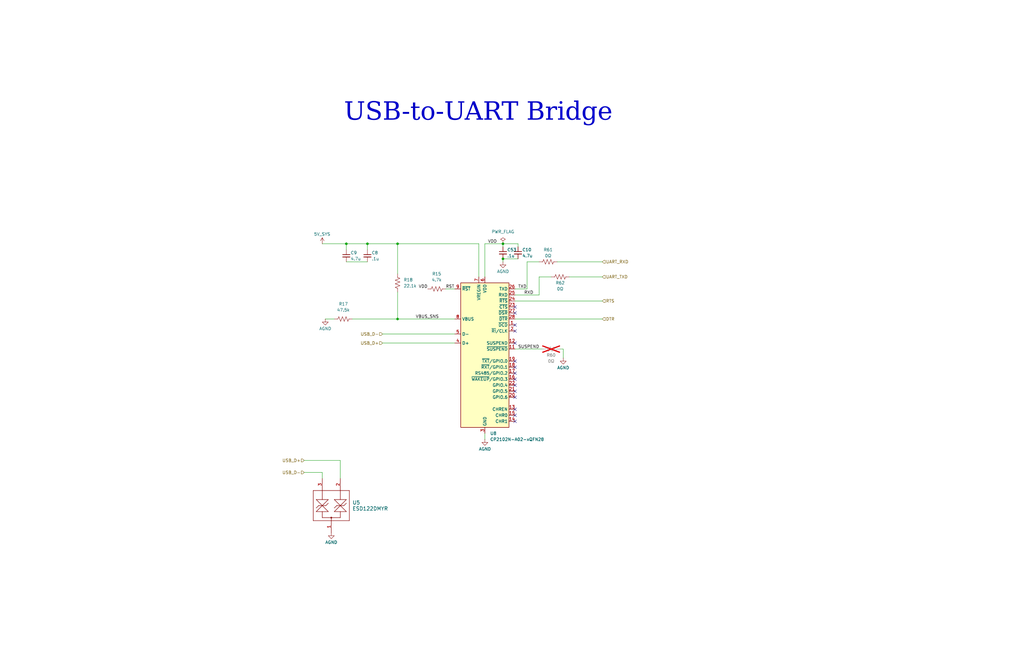
<source format=kicad_sch>
(kicad_sch (version 20231120) (generator "eeschema") (generator_version "8.0")
  (paper "B")
  (title_block (title "SCAN") (date "2025-01-30") (rev "v1.1") (company "Senior Design Group 35"))
  (lib_symbols
    (symbol "Device:C_Small" (pin_numbers hide) (pin_names (offset 0.254) hide)
      (property "Reference" "C" (at 0.254 1.778 0))
      (property "Value" "C_Small" (at 0.254 -2.032 0))
      (symbol "C_Small_0_1"
        (polyline (pts (xy -1.524 -0.508) (xy 1.524 -0.508)) (stroke (width 0.3302)))
        (polyline (pts (xy -1.524 0.508) (xy 1.524 0.508)) (stroke (width 0.3048)))
      )
      (symbol "C_Small_1_1"
        (pin passive line (at 0 2.54 270) (length 2.032) (name "~") (number "1"))
        (pin passive line (at 0 -2.54 90) (length 2.032) (name "~") (number "2"))
      )
    )
    (symbol "Device:R_US" (pin_numbers hide) (pin_names (offset 0))
      (property "Reference" "R" (at 2.54 0 90))
      (property "Value" "R_US" (at -2.54 0 90))
      (symbol "R_US_0_1"
        (polyline (pts (xy 0 -2.286) (xy 0 -2.54)))
        (polyline (pts (xy 0 2.286) (xy 0 2.54)))
        (polyline (pts (xy 0 -0.762) (xy 1.016 -1.143) (xy 0 -1.524) (xy -1.016 -1.905) (xy 0 -2.286)))
        (polyline (pts (xy 0 0.762) (xy 1.016 0.381) (xy 0 0) (xy -1.016 -0.381) (xy 0 -0.762)))
        (polyline (pts (xy 0 2.286) (xy 1.016 1.905) (xy 0 1.524) (xy -1.016 1.143) (xy 0 0.762)))
      )
      (symbol "R_US_1_1"
        (pin passive line (at 0 3.81 270) (length 1.27) (name "~") (number "1"))
        (pin passive line (at 0 -3.81 90) (length 1.27) (name "~") (number "2"))
      )
    )
    (symbol "Interface_USB:CP2102N-Axx-xQFN28"
      (property "Reference" "U6" (at 2.1941 -33.02 0))
      (property "Value" "CP2102N-A02-xQFN28" (at 2.1941 -35.56 0))
      (symbol "CP2102N-Axx-xQFN28_0_1"
        (rectangle (start -10.16 30.48) (end 10.16 -30.48) (stroke (width 0.254)) (fill (type background)))
      )
      (symbol "CP2102N-Axx-xQFN28_1_1"
        (pin input line (at 12.7 12.7 180) (length 2.54) (name "~{DCD}") (number "1"))
        (pin no_connect line (at -10.16 -27.94 0) (length 2.54) hide (name "NC") (number "10"))
        (pin output line (at 12.7 2.54 180) (length 2.54) (name "~{SUSPEND}") (number "11"))
        (pin output line (at 12.7 5.08 180) (length 2.54) (name "SUSPEND") (number "12"))
        (pin output line (at 12.7 -22.86 180) (length 2.54) (name "CHREN") (number "13"))
        (pin output line (at 12.7 -27.94 180) (length 2.54) (name "CHR1") (number "14"))
        (pin output line (at 12.7 -25.4 180) (length 2.54) (name "CHR0") (number "15"))
        (pin bidirectional line (at 12.7 -10.16 180) (length 2.54) (name "~{WAKEUP}/GPIO.3") (number "16"))
        (pin bidirectional line (at 12.7 -7.62 180) (length 2.54) (name "RS485/GPIO.2") (number "17"))
        (pin bidirectional line (at 12.7 -5.08 180) (length 2.54) (name "~{RXT}/GPIO.1") (number "18"))
        (pin bidirectional line (at 12.7 -2.54 180) (length 2.54) (name "~{TXT}/GPIO.0") (number "19"))
        (pin bidirectional line (at 12.7 10.16 180) (length 2.54) (name "~{RI}/CLK") (number "2"))
        (pin bidirectional line (at 12.7 -17.78 180) (length 2.54) (name "GPIO.6") (number "20"))
        (pin bidirectional line (at 12.7 -15.24 180) (length 2.54) (name "GPIO.5") (number "21"))
        (pin bidirectional line (at 12.7 -12.7 180) (length 2.54) (name "GPIO.4") (number "22"))
        (pin input line (at 12.7 20.32 180) (length 2.54) (name "~{CTS}") (number "23"))
        (pin output line (at 12.7 22.86 180) (length 2.54) (name "~{RTS}") (number "24"))
        (pin input line (at 12.7 25.4 180) (length 2.54) (name "RXD") (number "25"))
        (pin output line (at 12.7 27.94 180) (length 2.54) (name "TXD") (number "26"))
        (pin input line (at 12.7 17.78 180) (length 2.54) (name "~{DSR}") (number "27"))
        (pin output line (at 12.7 15.24 180) (length 2.54) (name "~{DTR}") (number "28"))
        (pin passive line (at 0 -33.02 90) (length 2.54) hide (name "GND") (number "29"))
        (pin power_in line (at 0 -33.02 90) (length 2.54) (name "GND") (number "3"))
        (pin bidirectional line (at -12.7 5.08 0) (length 2.54) (name "D+") (number "4"))
        (pin bidirectional line (at -12.7 8.89 0) (length 2.54) (name "D-") (number "5"))
        (pin power_in line (at 0 33.02 270) (length 2.54) (name "VDD") (number "6"))
        (pin power_in line (at -2.54 33.02 270) (length 2.54) (name "VREGIN") (number "7"))
        (pin input line (at -12.7 15.24 0) (length 2.54) (name "VBUS") (number "8"))
        (pin input line (at -12.7 27.94 0) (length 2.54) (name "~{RST}") (number "9"))
      )
    )
    (symbol "custom_symbols:ESD122DMYR" (pin_names (offset 0.254))
      (property "Reference" "U" (at 0 1.27 0))
      (property "Value" "ESD122DMYR" (at 0 0 0))
      (symbol "ESD122DMYR_0_1"
        (circle (center -5.08 0) (radius 0.254) (stroke (width 0.2032)))
        (polyline (pts (xy -6.35 -7.62) (xy 6.35 -7.62)) (stroke (width 0.2032)))
        (polyline (pts (xy -6.35 0) (xy -5.08 0)) (stroke (width 0.2032)))
        (polyline (pts (xy -6.35 7.62) (xy -6.35 -7.62)) (stroke (width 0.2032)))
        (polyline (pts (xy -5.08 0) (xy -5.08 -3.81)) (stroke (width 0.2032)))
        (polyline (pts (xy -5.08 3.81) (xy -5.08 0)) (stroke (width 0.2032)))
        (polyline (pts (xy -2.54 -6.35) (xy 0 -3.81)) (stroke (width 0.2032)))
        (polyline (pts (xy -2.54 -3.81) (xy -5.08 -3.81)) (stroke (width 0.2032)))
        (polyline (pts (xy -2.54 -1.27) (xy -2.54 -6.35)) (stroke (width 0.2032)))
        (polyline (pts (xy -2.54 1.27) (xy 0 3.81)) (stroke (width 0.2032)))
        (polyline (pts (xy -2.54 3.81) (xy -5.08 3.81)) (stroke (width 0.2032)))
        (polyline (pts (xy -2.54 6.35) (xy -2.54 1.27)) (stroke (width 0.2032)))
        (polyline (pts (xy 0 -5.334) (xy 0 -2.286)) (stroke (width 0.2032)))
        (polyline (pts (xy 0 -3.81) (xy -2.54 -1.27)) (stroke (width 0.2032)))
        (polyline (pts (xy 0 -3.81) (xy 2.54 -1.27)) (stroke (width 0.2032)))
        (polyline (pts (xy 0 -2.286) (xy -1.016 -1.27)) (stroke (width 0.2032)))
        (polyline (pts (xy 0 2.286) (xy 0 5.334)) (stroke (width 0.2032)))
        (polyline (pts (xy 0 3.81) (xy -2.54 6.35)) (stroke (width 0.2032)))
        (polyline (pts (xy 0 3.81) (xy 2.54 6.35)) (stroke (width 0.2032)))
        (polyline (pts (xy 0 5.334) (xy -1.016 6.35)) (stroke (width 0.2032)))
        (polyline (pts (xy 1.016 -6.35) (xy 0 -5.334)) (stroke (width 0.2032)))
        (polyline (pts (xy 1.016 1.27) (xy 0 2.286)) (stroke (width 0.2032)))
        (polyline (pts (xy 2.54 -6.35) (xy 0 -3.81)) (stroke (width 0.2032)))
        (polyline (pts (xy 2.54 -1.27) (xy 2.54 -6.35)) (stroke (width 0.2032)))
        (polyline (pts (xy 2.54 1.27) (xy 0 3.81)) (stroke (width 0.2032)))
        (polyline (pts (xy 2.54 6.35) (xy 2.54 1.27)) (stroke (width 0.2032)))
        (polyline (pts (xy 6.35 -7.62) (xy 6.35 7.62)) (stroke (width 0.2032)))
        (polyline (pts (xy 6.35 -3.81) (xy 2.54 -3.81)) (stroke (width 0.2032)))
        (polyline (pts (xy 6.35 3.81) (xy 2.54 3.81)) (stroke (width 0.2032)))
        (polyline (pts (xy 6.35 7.62) (xy -6.35 7.62)) (stroke (width 0.2032)))
      )
      (symbol "ESD122DMYR_1_1"
        (pin unspecified line (at -11.43 0 0) (length 5.08) (name "") (number "1"))
        (pin unspecified line (at 11.43 -3.81 180) (length 5.08) (name "") (number "2"))
        (pin unspecified line (at 11.43 3.81 180) (length 5.08) (name "") (number "3"))
      )
    )
    (symbol "power:+3.3V" (power) (pin_numbers hide) (pin_names (offset 0) hide)
      (property "Value" "+3.3V" (at 0 3.556 0))
      (symbol "+3.3V_0_1"
        (polyline (pts (xy -0.762 1.27) (xy 0 2.54)))
        (polyline (pts (xy 0 0) (xy 0 2.54)))
        (polyline (pts (xy 0 2.54) (xy 0.762 1.27)))
      )
      (symbol "+3.3V_1_1"
        (pin power_in line (at 0 0 90) (length 0) (name "~") (number "1"))
      )
    )
    (symbol "power:GND" (power) (pin_numbers hide) (pin_names (offset 0) hide)
      (property "Value" "GND" (at 0 -3.81 0))
      (symbol "GND_0_1"
        (polyline (pts (xy 0 0) (xy 0 -1.27) (xy 1.27 -1.27) (xy 0 -2.54) (xy -1.27 -1.27) (xy 0 -1.27)))
      )
      (symbol "GND_1_1"
        (pin power_in line (at 0 0 270) (length 0) (name "~") (number "1"))
      )
    )
    (symbol "power:PWR_FLAG" (power) (pin_numbers hide) (pin_names (offset 0) hide)
      (property "Value" "PWR_FLAG" (at 0 3.81 0))
      (symbol "PWR_FLAG_0_0"
        (pin power_out line (at 0 0 90) (length 0) (name "~") (number "1"))
      )
      (symbol "PWR_FLAG_0_1"
        (polyline (pts (xy 0 0) (xy 0 1.27) (xy -1.016 1.905) (xy 0 2.54) (xy 1.016 1.905) (xy 0 1.27)))
      )
    )
  )
  (junction (at 154.94 102.87))
  (junction (at 146.05 102.87))
  (junction (at 212.09 109.22))
  (junction (at 167.64 102.87))
  (junction (at 212.09 102.87))
  (junction (at 167.64 134.62))
  (no_connect (at 217.17 162.56))
  (no_connect (at 217.17 132.08))
  (no_connect (at 217.17 139.7))
  (no_connect (at 217.17 165.1))
  (no_connect (at 217.17 152.4))
  (no_connect (at 217.17 160.02))
  (no_connect (at 217.17 177.8))
  (no_connect (at 217.17 154.94))
  (no_connect (at 217.17 167.64))
  (no_connect (at 217.17 175.26))
  (no_connect (at 217.17 137.16))
  (no_connect (at 217.17 172.72))
  (no_connect (at 217.17 157.48))
  (no_connect (at 217.17 144.78))
  (no_connect (at 217.17 129.54))
  (wire (pts (xy 167.64 102.87) (xy 167.64 115.57)))
  (wire (pts (xy 146.05 110.49) (xy 154.94 110.49)))
  (wire (pts (xy 227.33 116.84) (xy 232.41 116.84)))
  (wire (pts (xy 128.27 199.39) (xy 135.89 199.39)))
  (wire (pts (xy 227.33 124.46) (xy 217.17 124.46)))
  (wire (pts (xy 218.44 109.22) (xy 212.09 109.22)))
  (wire (pts (xy 212.09 102.87) (xy 204.47 102.87)))
  (wire (pts (xy 146.05 102.87) (xy 154.94 102.87)))
  (wire (pts (xy 204.47 182.88) (xy 204.47 185.42)))
  (wire (pts (xy 234.95 110.49) (xy 254 110.49)))
  (wire (pts (xy 217.17 127) (xy 254 127)))
  (wire (pts (xy 137.16 134.62) (xy 140.97 134.62)))
  (wire (pts (xy 135.89 199.39) (xy 135.89 201.93)))
  (wire (pts (xy 201.93 102.87) (xy 167.64 102.87)))
  (wire (pts (xy 187.96 121.92) (xy 191.77 121.92)))
  (wire (pts (xy 236.22 147.32) (xy 237.49 147.32)))
  (wire (pts (xy 217.17 147.32) (xy 228.6 147.32)))
  (wire (pts (xy 217.17 134.62) (xy 254 134.62)))
  (wire (pts (xy 154.94 102.87) (xy 167.64 102.87)))
  (wire (pts (xy 212.09 109.22) (xy 212.09 110.49)))
  (wire (pts (xy 128.27 194.31) (xy 143.51 194.31)))
  (wire (pts (xy 135.89 102.87) (xy 146.05 102.87)))
  (wire (pts (xy 201.93 102.87) (xy 201.93 116.84)))
  (wire (pts (xy 154.94 102.87) (xy 154.94 105.41)))
  (wire (pts (xy 143.51 194.31) (xy 143.51 201.93)))
  (wire (pts (xy 148.59 134.62) (xy 167.64 134.62)))
  (wire (pts (xy 222.25 110.49) (xy 222.25 121.92)))
  (wire (pts (xy 161.29 140.97) (xy 191.77 140.97)))
  (wire (pts (xy 212.09 104.14) (xy 212.09 102.87)))
  (wire (pts (xy 240.03 116.84) (xy 254 116.84)))
  (wire (pts (xy 167.64 134.62) (xy 191.77 134.62)))
  (wire (pts (xy 222.25 121.92) (xy 217.17 121.92)))
  (wire (pts (xy 237.49 147.32) (xy 237.49 151.13)))
  (wire (pts (xy 167.64 123.19) (xy 167.64 134.62)))
  (wire (pts (xy 161.29 144.78) (xy 191.77 144.78)))
  (wire (pts (xy 212.09 102.87) (xy 218.44 102.87)))
  (wire (pts (xy 204.47 102.87) (xy 204.47 116.84)))
  (wire (pts (xy 146.05 105.41) (xy 146.05 102.87)))
  (wire (pts (xy 218.44 102.87) (xy 218.44 104.14)))
  (wire (pts (xy 227.33 116.84) (xy 227.33 124.46)))
  (wire (pts (xy 222.25 110.49) (xy 227.33 110.49)))
  (text "USB-to-UART Bridge" (at 201.676 49.53 0) (effects (font (size 7.62 7.62) (thickness 0.9525))))
  (label "VDD" (at 180.34 121.92 180))
  (label "RXD" (at 220.98 124.46 0))
  (label "SUSPEND" (at 218.44 147.32 0))
  (label "RST" (at 187.96 121.92 0))
  (label "VBUS_SNS" (at 175.26 134.62 0))
  (label "TXD" (at 218.44 121.92 0))
  (label "VDD" (at 209.55 102.87 180))
  (hierarchical_label "USB_D-" (shape input) (at 128.27 199.39 180))
  (hierarchical_label "USB_D+" (shape input) (at 128.27 194.31 180))
  (hierarchical_label "USB_D-" (shape input) (at 161.29 140.97 180))
  (hierarchical_label "DTR" (shape input) (at 254 134.62 0))
  (hierarchical_label "USB_D+" (shape input) (at 161.29 144.78 180))
  (hierarchical_label "UART_RXD" (shape input) (at 254 110.49 0))
  (hierarchical_label "RTS" (shape input) (at 254 127 0))
  (hierarchical_label "UART_TXD" (shape input) (at 254 116.84 0))
  (symbol (lib_id "Device:C_Small") (at 218.44 106.68 0) (unit 1)
    (property "Reference" "C10" (at 220.218 105.41 0) (effects (justify left)))
    (property "Value" "4.7u" (at 220.218 107.95 0) (effects (justify left)))
    (property "Footprint" "Capacitor_SMD:C_0603_1608Metric" (effects (hide yes)))
    (property "Description" "25V (25%)" (effects (hide yes)))
  )
  (symbol (lib_id "power:PWR_FLAG") (at 212.09 102.87 0) (unit 1)
    (property "Reference" "#FLG03" (effects (hide yes)))
    (property "Value" "PWR_FLAG" (at 212.09 97.79 0))
    (property "Description" "Special symbol for telling ERC where power comes from" (effects (hide yes)))
  )
  (symbol (lib_id "power:GND") (at 237.49 151.13 0) (unit 1)
    (property "Reference" "#PWR094" (effects (hide yes)))
    (property "Value" "AGND" (at 237.49 155.194 0))
    (property "Description" "Power symbol creates a global label with name \"GND\" , ground" (effects (hide yes)))
  )
  (symbol (lib_id "custom_symbols:ESD122DMYR") (at 139.7 213.36 90) (unit 1)
    (property "Reference" "U5" (at 148.59 212.0899 90) (effects (font (size 1.524 1.524)) (justify right)))
    (property "Value" "ESD122DMYR" (at 148.59 214.6299 90) (effects (font (size 1.524 1.524)) (justify right)))
    (property "Footprint" "SCAN_footprints:DMY0003A" (effects (hide yes)))
    (property "Datasheet" "ESD122DMYR" (effects (hide yes)))
  )
  (symbol (lib_id "Device:C_Small") (at 154.94 107.95 0) (unit 1)
    (property "Reference" "C8" (at 156.718 106.68 0) (effects (justify left)))
    (property "Value" ".1u" (at 156.718 109.22 0) (effects (justify left)))
    (property "Footprint" "Capacitor_SMD:C_0603_1608Metric" (effects (hide yes)))
    (property "Description" "25V (25%)" (effects (hide yes)))
  )
  (symbol (lib_id "power:+3.3V") (at 135.89 102.87 0) (unit 1)
    (property "Reference" "#PWR039" (effects (hide yes)))
    (property "Value" "5V_SYS" (at 132.334 98.806 0) (effects (justify left)))
    (property "Description" "Power symbol creates a global label with name \"+3.3V\"" (effects (hide yes)))
  )
  (symbol (lib_id "power:GND") (at 204.47 185.42 0) (unit 1)
    (property "Reference" "#PWR093" (effects (hide yes)))
    (property "Value" "AGND" (at 204.47 189.484 0))
    (property "Description" "Power symbol creates a global label with name \"GND\" , ground" (effects (hide yes)))
  )
  (symbol (lib_id "Device:R_US") (at 184.15 121.92 90) (unit 1)
    (property "Reference" "R15" (at 184.15 115.57 90))
    (property "Value" "4.7k" (at 184.15 118.11 90))
    (property "Footprint" "Resistor_SMD:R_0805_2012Metric" (effects (hide yes)))
    (property "Description" "Resistor, US symbol" (effects (hide yes)))
  )
  (symbol (lib_id "Device:R_US") (at 231.14 110.49 90) (unit 1)
    (property "Reference" "R61" (at 231.14 105.41 90))
    (property "Value" "0Ω" (at 231.14 107.95 90))
    (property "Footprint" "Resistor_SMD:R_0805_2012Metric" (effects (hide yes)))
    (property "Description" "1%" (effects (hide yes)))
  )
  (symbol (lib_id "power:GND") (at 139.7 224.79 0) (unit 1)
    (property "Reference" "#PWR036" (effects (hide yes)))
    (property "Value" "AGND" (at 139.7 228.854 0))
    (property "Description" "Power symbol creates a global label with name \"GND\" , ground" (effects (hide yes)))
  )
  (symbol (lib_id "Device:R_US") (at 236.22 116.84 90) (unit 1)
    (property "Reference" "R62" (at 236.22 119.38 90))
    (property "Value" "0Ω" (at 236.22 121.92 90))
    (property "Footprint" "Resistor_SMD:R_0805_2012Metric" (effects (hide yes)))
    (property "Description" "1%" (effects (hide yes)))
  )
  (symbol (lib_id "power:GND") (at 212.09 110.49 0) (unit 1)
    (property "Reference" "#PWR095" (effects (hide yes)))
    (property "Value" "AGND" (at 212.09 114.554 0))
    (property "Description" "Power symbol creates a global label with name \"GND\" , ground" (effects (hide yes)))
  )
  (symbol (lib_id "Device:R_US") (at 167.64 119.38 180) (unit 1)
    (property "Reference" "R18" (at 170.18 118.1099 0) (effects (justify right)))
    (property "Value" "22.1k" (at 170.18 120.6499 0) (effects (justify right)))
    (property "Footprint" "Resistor_SMD:R_0805_2012Metric" (effects (hide yes)))
    (property "Description" "Resistor, US symbol" (effects (hide yes)))
  )
  (symbol (lib_id "power:GND") (at 137.16 134.62 0) (unit 1)
    (property "Reference" "#PWR038" (effects (hide yes)))
    (property "Value" "AGND" (at 137.16 138.684 0))
    (property "Description" "Power symbol creates a global label with name \"GND\" , ground" (effects (hide yes)))
  )
  (symbol (lib_id "Interface_USB:CP2102N-Axx-xQFN28") (at 204.47 149.86 0) (unit 1)
    (property "Reference" "U8" (at 206.6641 182.88 0) (effects (justify left)))
    (property "Value" "CP2102N-A02-xQFN28" (at 206.6641 185.42 0) (effects (justify left)))
    (property "Footprint" "Package_DFN_QFN:QFN-28-1EP_5x5mm_P0.5mm_EP3.35x3.35mm" (effects (hide yes)))
    (property "Datasheet" "https://www.silabs.com/documents/public/data-sheets/cp2102n-datasheet.pdf" (effects (hide yes)))
    (property "Description" "USB to UART master bridge, QFN-28" (effects (hide yes)))
  )
  (symbol (lib_id "Device:R_US") (at 232.41 147.32 90) (unit 1) (dnp yes)
    (property "Reference" "R60" (at 232.41 149.86 90))
    (property "Value" "0Ω" (at 232.41 152.4 90))
    (property "Footprint" "Resistor_SMD:R_0805_2012Metric" (effects (hide yes)))
    (property "Description" "1%" (effects (hide yes)))
  )
  (symbol (lib_id "Device:R_US") (at 144.78 134.62 90) (unit 1)
    (property "Reference" "R17" (at 144.78 128.27 90))
    (property "Value" "47.5k" (at 144.78 130.81 90))
    (property "Footprint" "Resistor_SMD:R_0805_2012Metric" (effects (hide yes)))
    (property "Description" "Resistor, US symbol" (effects (hide yes)))
  )
  (symbol (lib_id "Device:C_Small") (at 146.05 107.95 0) (unit 1)
    (property "Reference" "C9" (at 147.828 106.68 0) (effects (justify left)))
    (property "Value" "4.7u" (at 147.828 109.22 0) (effects (justify left)))
    (property "Footprint" "Capacitor_SMD:C_0603_1608Metric" (effects (hide yes)))
    (property "Description" "25V (25%)" (effects (hide yes)))
  )
  (symbol (lib_id "Device:C_Small") (at 212.09 106.68 0) (unit 1)
    (property "Reference" "C53" (at 213.868 105.41 0) (effects (justify left)))
    (property "Value" ".1u" (at 213.868 107.95 0) (effects (justify left)))
    (property "Footprint" "Capacitor_SMD:C_0603_1608Metric" (effects (hide yes)))
    (property "Description" "25V (25%)" (effects (hide yes)))
  )
)
</source>
